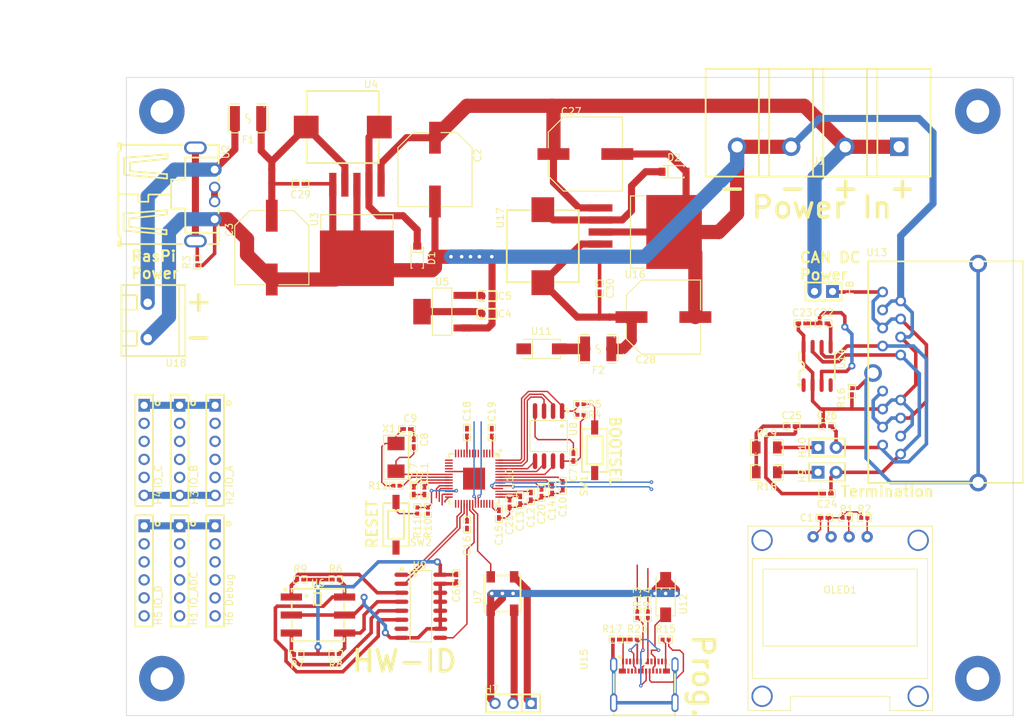
<source format=kicad_pcb>
(kicad_pcb (version 20221018) (generator pcbnew)
  (title_block (title "Dispensy Mainboard") (date "2024-01-21") (rev "0") (company "DrinkRobotics") (comment 1 "https://git.xythobuz.de/thomas/Dispensy") (comment 2 "Licensed under the CERN-OHL-S-2.0+") (comment 3 "PCB Thickness: 1mm") (comment 4 "Copyright (c) 2023 - 2024 Thomas Buck <thomas@xythobuz.de>"))
  (layers (0 "F.Cu" signal) (31 "B.Cu" signal) (34 "B.Paste" user) (35 "F.Paste" user) (36 "B.SilkS" user "B.Silkscreen") (37 "F.SilkS" user "F.Silkscreen") (38 "B.Mask" user) (39 "F.Mask" user) (44 "Edge.Cuts" user))
  (net 0 "")
  (net 1 "GND")
  (net 2 "+3.3V")
  (net 3 "+VDC")
  (net 4 "/EXT_PSU/Vout")
  (net 5 "+5V")
  (net 6 "Net-(U10-XIN)")
  (net 7 "Net-(X1-OSC2)")
  (net 8 "+1V1")
  (net 9 "Net-(U14-CANH)")
  (net 10 "Net-(C25-Pad1)")
  (net 11 "Net-(U14-CANL)")
  (net 12 "/PI/PI_PSU/Vout")
  (net 13 "Net-(U3-OUT)")
  (net 14 "Net-(U16-OUT)")
  (net 15 "/PI/ADC0")
  (net 16 "/PI/ADC1")
  (net 17 "/PI/ADC2")
  (net 18 "/PI/ADC3")
  (net 19 "/PI/IO0")
  (net 20 "/PI/IO1")
  (net 21 "/PI/IO2")
  (net 22 "/PI/IO3")
  (net 23 "/PI/IO4")
  (net 24 "/PI/IO5")
  (net 25 "/PI/IO6")
  (net 26 "/PI/IO7")
  (net 27 "/PI/IO8")
  (net 28 "/PI/IO9")
  (net 29 "/PI/IO10")
  (net 30 "/PI/IO11")
  (net 31 "/PI/IO12")
  (net 32 "/PI/IO13")
  (net 33 "/PI/IO14")
  (net 34 "/PI/IO15")
  (net 35 "/PI/Debug_Clock")
  (net 36 "/PI/Debug_Data")
  (net 37 "/PI/Debug_Tx")
  (net 38 "/PI/Debug_Rx")
  (net 39 "Net-(U7-DO)")
  (net 40 "Net-(H8-Pad1)")
  (net 41 "Net-(H9-Pad1)")
  (net 42 "Net-(H10-Pad1)")
  (net 43 "/PI/I2C_SCL")
  (net 44 "/PI/I2C_SDA")
  (net 45 "Net-(U2-SH1)")
  (net 46 "/PI/SPI_FLASH.SS")
  (net 47 "Net-(R5-Pad1)")
  (net 48 "Net-(U9-D7)")
  (net 49 "Net-(U9-D6)")
  (net 50 "Net-(U9-D5)")
  (net 51 "Net-(U9-D4)")
  (net 52 "Net-(U10-RUN)")
  (net 53 "Net-(R11-Pad2)")
  (net 54 "Net-(U10-XOUT)")
  (net 55 "/PI/USBC.DP")
  (net 56 "Net-(U10-USB_DP)")
  (net 57 "/PI/USBC.DM")
  (net 58 "Net-(U10-USB_DM)")
  (net 59 "Net-(U15-CC2)")
  (net 60 "Net-(R16-Pad1)")
  (net 61 "/PI/USBC.SHIELD")
  (net 62 "Net-(U15-CC1)")
  (net 63 "Net-(U2-D+)")
  (net 64 "/PI/LED_Din")
  (net 65 "/PI/SPI_FLASH.SD1")
  (net 66 "/PI/SPI_FLASH.SD2")
  (net 67 "/PI/SPI_FLASH.SD0")
  (net 68 "/PI/SPI_FLASH.SCLK")
  (net 69 "/PI/SPI_FLASH.SD3")
  (net 70 "/PI/SR_Load")
  (net 71 "/PI/SR_Clock")
  (net 73 "/PI/SR_Data")
  (net 74 "Net-(U10-GPIO24)")
  (net 75 "Net-(U10-GPIO25)")
  (net 76 "/PI/USBC.VBUS")
  (net 87 "Net-(U2-VCC)")
  (net 88 "Net-(U11-A)")
  (footprint "jlc_footprints:HDR-TH_3P-P2.54-V-F" (layer "F.Cu") (at 148 136 180)
    (fp_text reference "H7")
    (fp_text value "WS2812")
  )
  (footprint "jlc_footprints:C0402" (layer "F.Cu") (at 149 107.34763 -90)
    (fp_text reference "C13")
    (fp_text value "1uF")
  )
  (footprint "jlc_footprints:R1206" (layer "F.Cu") (at 183.754966 99.907765)
    (fp_text reference "R19")
    (fp_text value "60R4")
  )
  (footprint "jlc_footprints:TO-263-5_L10.6-W9.6-P1.70-LS15.9-BR" (layer "F.Cu") (at 125.990456 68.034258 90)
    (fp_text reference "U3")
    (fp_text value "LM2576S-5_0_TR")
  )
  (footprint "jlc_footprints:R0402" (layer "F.Cu") (at 136 108.802545 -90)
    (fp_text reference "R10")
    (fp_text value "10K")
  )
  (footprint "jlc_footprints:CAP-SMD_BD10.0-L10.3-W10.3-FD" (layer "F.Cu") (at 158.190482 58.51762)
    (fp_text reference "C27")
    (fp_text value "100uF")
  )
  (footprint "jlc_footprints:HDR-TH_6P-P2.54-V-F" (layer "F.Cu") (at 96 100.310008 -90)
    (fp_text reference "H4")
    (fp_text value "IO_C")
  )
  (footprint "jlc_footprints:CONN-TH_4P-P7.62_L15.2-W31.7-EX4.2" (layer "F.Cu") (at 191 57.5 180)
    (fp_text reference "U1")
    (fp_text value "DBT50G-7_62-4P")
  )
  (footprint "jlc_footprints:R0402" (layer "F.Cu") (at 167 123.5 -90)
    (fp_text reference "R14")
    (fp_text value "27R4")
  )
  (footprint "jlc_footprints:RJ45-TH_DS1129-05-S80BP-X" (layer "F.Cu") (at 206.140469 89.407765 90)
    (fp_text reference "U13")
    (fp_text value "CAN_IO")
  )
  (footprint "jlc_footprints:SOD-123_L2.8-W1.8-LS3.7-RD" (layer "F.Cu") (at 170.690482 61.01762)
    (fp_text reference "D2")
    (fp_text value "MBR340F")
  )
  (footprint "jlc_footprints:C0402" (layer "F.Cu") (at 188.754966 82.407765 180)
    (fp_text reference "C23")
    (fp_text value "47nF")
  )
  (footprint "jlc_footprints:F1812" (layer "F.Cu") (at 110.646558 53.5 180)
    (fp_text reference "F1")
    (fp_text value "ASMD1812-350-16V")
  )
  (footprint "jlc_footprints:C0402" (layer "F.Cu") (at 135.5 106 -90)
    (fp_text reference "C11")
    (fp_text value "100nF")
  )
  (footprint "jlc_footprints:CAP-SMD_BD10.0-L10.3-W10.3-FD" (layer "F.Cu") (at 136.990456 60.717646 -90)
    (fp_text reference "C2")
    (fp_text value "100uF")
  )
  (footprint "jlc_footprints:R0402" (layer "F.Cu") (at 123 118.53813)
    (fp_text reference "R6")
    (fp_text value "10K")
  )
  (footprint "jlc_footprints:C0402" (layer "F.Cu") (at 191.874904 109.82738 180)
    (fp_text reference "C1")
    (fp_text value "100nF")
  )
  (footprint "jlc_footprints:R0402" (layer "F.Cu") (at 165.5 123.5 -90)
    (fp_text reference "R13")
    (fp_text value "27R4")
  )
  (footprint "jlc_footprints:C0402" (layer "F.Cu") (at 147.5 107.802545 -90)
    (fp_text reference "C21")
    (fp_text value "100nF")
  )
  (footprint "jlc_footprints:C0402" (layer "F.Cu") (at 192.254966 96.907765)
    (fp_text reference "C26")
    (fp_text value "100pF")
  )
  (footprint "jlc_footprints:HDR-TH_6P-P2.54-V-F" (layer "F.Cu") (at 106 117.310008 -90)
    (fp_text reference "H6")
    (fp_text value "Debug")
  )
  (footprint "jlc_footprints:C0402" (layer "F.Cu") (at 141.5 110.802545 -90)
    (fp_text reference "C16")
    (fp_text value "100nF")
  )
  (footprint "jlc_footprints:SOT-223-4_L6.5-W3.5-P2.30-LS7.0-BR" (layer "F.Cu") (at 138 80.75)
    (fp_text reference "U5")
    (fp_text value "AMS1117-3_3")
  )
  (footprint "jlc_footprints:SOIC-8_L5.0-W4.0-P1.27-LS6.0-BL" (layer "F.Cu") (at 190.849962 88.407765)
    (fp_text reference "U14")
    (fp_text value "TJA1042T_3_1J")
  )
  (footprint "jlc_footprints:CONN-TH_XY300V-A-5.0-2P" (layer "F.Cu") (at 96.5 82 90)
    (fp_text reference "U18")
    (fp_text value "XY300V-A-5_0-2P")
  )
  (footprint "jlc_footprints:LED-SMD_4P-L5.0-W5.0-LS5.4-TL-1" (layer "F.Cu") (at 146.5 120.5 90)
    (fp_text reference "U7")
    (fp_text value "WS2812E-V5")
  )
  (footprint "MountingHole:MountingHole_3.2mm_M3_Pad_TopBottom" (layer "F.Cu") (at 213.5 52.5)
    (fp_text reference "H12" hide)
    (fp_text value "MountingHole" hide)
  )
  (footprint "jlc_footprints:HDR-TH_6P-P2.54-V-F" (layer "F.Cu") (at 101 117.310008 -90)
    (fp_text reference "H1")
    (fp_text value "IO_ADC")
  )
  (footprint "jlc_footprints:R0402" (layer "F.Cu") (at 103.490456 73.784829 90)
    (fp_text reference "R3")
    (fp_text value "1M")
  )
  (footprint "jlc_footprints:C0402" (layer "F.Cu") (at 156.5 101.25746 90)
    (fp_text reference "C7")
    (fp_text value "100nF")
  )
  (footprint "jlc_footprints:C0402" (layer "F.Cu") (at 133.045085 97.302545 180)
    (fp_text reference "C9")
    (fp_text value "27p")
  )
  (footprint "jlc_footprints:HDR-TH_2P-P2.54-V-M-1" (layer "F.Cu") (at 191.754966 77.907765 180)
    (fp_text reference "H8")
    (fp_text value "PWR")
  )
  (footprint "jlc_footprints:HDR-TH_6P-P2.54-V-F" (layer "F.Cu") (at 106 100.310008 -90)
    (fp_text reference "H2")
    (fp_text value "IO_A")
  )
  (footprint "jlc_footprints:R0402" (layer "F.Cu") (at 194.874904 109.82738 180)
    (fp_text reference "R1")
    (fp_text value "10K")
  )
  (footprint "jlc_footprints:R0402" (layer "F.Cu") (at 165 127 180)
    (fp_text reference "R20")
    (fp_text value "5K1")
  )
  (footprint "jlc_footprints:C0402" (layer "F.Cu") (at 141.5 97.802545 90)
    (fp_text reference "C18")
    (fp_text value "100nF")
  )
  (footprint "jlc_footprints:USB-C-SMD_TYPE-C-USB-18" (layer "F.Cu") (at 166.5 133)
    (fp_text reference "U15")
    (fp_text value "USB-C")
  )
  (footprint "jlc_footprints:C0402" (layer "F.Cu") (at 150.5 106.802545 -90)
    (fp_text reference "C12")
    (fp_text value "1uF")
  )
  (footprint "jlc_footprints:OSC-SMD_2P-L5.0-W3.2" (layer "F.Cu") (at 131.5 101.302545 90)
    (fp_text reference "X1")
    (fp_text value "12MHz")
  )
  (footprint "jlc_footprints:SW-SMD_L6.1-W3.6-LS6.6" (layer "F.Cu") (at 159.5 100.302545 -90)
    (fp_text reference "SW1")
    (fp_text value "BOOTSEL")
  )
  (footprint "MountingHole:MountingHole_3.2mm_M3_Pad_TopBottom" (layer "F.Cu") (at 98.5 52.5)
    (fp_text reference "H11" hide)
    (fp_text value "MountingHole" hide)
  )
  (footprint "jlc_footprints:TO-263-5_L10.6-W9.6-P1.70-LS15.9-BR" (layer "F.Cu") (at 165.507094 69.51762 180)
    (fp_text reference "U16")
    (fp_text value "LM2576S-5_0_TR")
  )
  (footprint "jlc_footprints:R0402" (layer "F.Cu") (at 134.5 108.802545 -90)
    (fp_text reference "R11")
    (fp_text value "1K")
  )
  (footprint "jlc_footprints:R0402" (layer "F.Cu") (at 131.567183 105.302545)
    (fp_text reference "R12")
    (fp_text value "1K")
  )
  (footprint "jlc_footprints:HDR-TH_6P-P2.54-V-F" (layer "F.Cu") (at 101 100.310008 -90)
    (fp_text reference "H3")
    (fp_text value "IO_B")
  )
  (footprint "jlc_footprints:SW-SMD_L6.1-W3.6-LS6.6" (layer "F.Cu") (at 131.5 110.802545 -90)
    (fp_text reference "SW2")
    (fp_text value "RESET")
  )
  (footprint "jlc_footprints:R0402" (layer "F.Cu") (at 162.5 127)
    (fp_text reference "R17")
    (fp_text value "1M")
  )
  (footprint "jlc_footprints:R0402" (layer "F.Cu") (at 157.5 95.302545 180)
    (fp_text reference "R4")
    (fp_text value "10K")
  )
  (footprint "jlc_footprints:R0402" (layer "F.Cu") (at 169.5 127 180)
    (fp_text reference "R15")
    (fp_text value "5K1")
  )
  (footprint "jlc_footprints:C0402" (layer "F.Cu") (at 152 106.302545 -90)
    (fp_text reference "C20")
    (fp_text value "100nF")
  )
  (footprint "jlc_footprints:SOIC-8_L5.3-W5.3-P1.27-LS8.0-BL" (layer "F.Cu") (at 153 98.302545 180)
    (fp_text reference "U8")
    (fp_text value "W25Q128JVSIQ")
  )
  (footprint "jlc_footprints:C0402" (layer "F.Cu") (at 192.254966 106.407765 180)
    (fp_text reference "C24")
    (fp_text value "100pF")
  )
  (footprint "jlc_footprints:SMA_L4.4-W2.8-LS5.4-R-RD" (layer "F.Cu") (at 152 86)
    (fp_text reference "U11")
    (fp_text value "SS54")
  )
  (footprint "jlc_footprints:F1812" (layer "F.Cu") (at 160 86 180)
    (fp_text reference "F2")
    (fp_text value "ASMD1812-350-16V")
  )
  (footprint "MountingHole:MountingHole_3.2mm_M3_Pad_TopBottom" (layer "F.Cu") (at 213.5 132.5)
    (fp_text reference "H14" hide)
    (fp_text value "MountingHole" hide)
  )
  (footprint "jlc_footprints:CAP-SMD_BD10.0-L10.3-W10.3-LS11.3-FD" (layer "F.Cu") (at 113.990456 71.717646 -90)
    (fp_text reference "C3")
    (fp_text value "1000uF")
  )
  (footprint "jlc_footprints:CAP-SMD_BD10.0-L10.3-W10.3-LS11.3-FD" (layer "F.Cu") (at 169.190482 81.51762)
    (fp_text reference "C28")
    (fp_text value "1000uF")
  )
  (footprint "jlc_footprints:C0402" (layer "F.Cu") (at 155 105.302545 -90)
    (fp_text reference "C10")
    (fp_text value "100nF")
  )
  (footprint "jlc_footprints:C0603" (layer "F.Cu") (at 144.3349 78.549975)
    (fp_text reference "C5")
    (fp_text value "10uF")
  )
  (footprint "jlc_footprints:C0402" (layer "F.Cu") (at 145 97.802545 90)
    (fp_text reference "C19")
    (fp_text value "100nF")
  )
  (footprint "jlc_footprints:C0402" (layer "F.Cu") (at 146 109.302545 -90)
    (fp_text reference "C15")
    (fp_text value "100nF")
  )
  (footprint "jlc_footprints:R0402" (layer "F.Cu") (at 195.754966 91.974948 -90)
    (fp_text reference "R16")
    (fp_text value "1M")
  )
  (footprint "jlc_footprints:SMA_L4.4-W2.8-LS5.4-R-RD" (layer "F.Cu") (at 169.5 121 -90)
    (fp_text reference "U12")
    (fp_text value "SS54_C22452")
  )
  (footprint "jlc_footprints:R0402" (layer "F.Cu") (at 157.5 93.802545 180)
    (fp_text reference "R5")
    (fp_text value "1K")
  )
  (footprint "jlc_footprints:SW-SMD_SM_SKCR-16S" (layer "F.Cu") (at 120.5 123.53813 90)
    (fp_text reference "U6")
    (fp_text value "SKCR-16S")
  )
  (footprint "jlc_footprints:C0603" (layer "F.Cu") (at 144.3349 81.049975)
    (fp_text reference "C4")
    (fp_text value "10uF")
  )
  (footprint "jlc_footprints:C0402" (layer "F.Cu") (at 187.254966 96.907765)
    (fp_text reference "C25")
    (fp_text value "4.7nF")
  )
  (footprint "jlc_footprints:C0402" (layer "F.Cu") (at 153.5 105.84763 -90)
    (fp_text reference "C14")
    (fp_text value "100nF")
  )
  (footprint "jlc_footprints:R1206" (layer "F.Cu") (at 183.754966 103.407765 180)
    (fp_text reference "R18")
    (fp_text value "60R4")
  )
  (footprint "jlc_footprints:USB-A-TH_USB-302-T" (layer "F.Cu") (at 104.581769 64.217646 -90)
    (fp_text reference "U2")
    (fp_text value "USB-A")
  )
  (footprint "jlc_footprints:C0402" (layer "F.Cu") (at 140 118.34763 90)
    (fp_text reference "C6")
    (fp_text value "100nF")
  )
  (footprint "jlc_footprints:SOIC-16_L9.9-W3.9-P1.27-LS6.0-BL" (layer "F.Cu") (at 135 122.302545 -90)
    (fp_text reference "U9")
    (fp_text value "74HC165D,653")
  )
  (footprint "jlc_footprints:R0402" (layer "F.Cu") (at 197.5 109.845 180)
    (fp_text reference "R2")
    (fp_text value "10K")
  )
  (footprint "MountingHole:MountingHole_3.2mm_M3_Pad_TopBottom" (layer "F.Cu") (at 98.5 132.5)
    (fp_text reference "H13" hide)
    (fp_text value "MountingHole" hide)
  )
  (footprint "jlc_footprints:SOD-123_L2.8-W1.8-LS3.7-RD" (layer "F.Cu") (at 134.490456 73.217646 -90)
    (fp_text reference "D1")
    (fp_text value "MBR340F")
  )
  (footprint "jlc_footprints:IND-SMD_L11.5-W10.0_YSPI1050" (layer "F.Cu") (at 152.190482 71.51762 -90)
    (fp_text reference "U17")
    (fp_text value "100uH")
  )
  (footprint "jlc_footprints:LQFN-56_L7.0-W7.0-P0.4-EP" (layer "F.Cu") (at 142.499873 104.302545 -90)
    (fp_text reference "U10")
    (fp_text value "RP2040")
  )
  (footprint "jlc_footprints:HDR-TH_6P-P2.54-V-F" (layer "F.Cu") (at 96 117.310008 -90)
    (fp_text reference "H5")
    (fp_text value "IO_D")
  )
  (footprint "jlc_footprints:IND-SMD_L11.5-W10.0_YSPI1050" (layer "F.Cu") (at 123.990456 54.717646 180)
    (fp_text reference "U4")
    (fp_text value "100uH")
  )
  (footprint "jlc_footprints:R0402" (layer "F.Cu") (at 123 129.03813)
    (fp_text reference "R8")
    (fp_text value "10K")
  )
  (footprint "jlc_footprints:C0402" (layer "F.Cu") (at 134 99.302545 -90)
    (fp_text reference "C8")
    (fp_text value "27p")
  )
  (footprint "jlc_footprints:C0402" (layer "F.Cu") (at 118.035541 62.717646 180)
    (fp_text reference "C29")
    (fp_text value "100nF")
  )
  (footprint "jlc_footprints:R0402" (layer "F.Cu") (at 118 118.53813 180)
    (fp_text reference "R9")
    (fp_text value "10K")
  )
  (footprint "extern:SSD1306_0.96_Oled" (layer "F.Cu") (at 181.095 137)
    (fp_text reference "OLED1")
    (fp_text value "SSD1306")
  )
  (footprint "jlc_footprints:C0402" (layer "F.Cu") (at 191.754966 82.407765)
    (fp_text reference "C22")
    (fp_text value "100nF")
  )
  (footprint "jlc_footprints:C0402" (layer "F.Cu") (at 134 106 -90)
    (fp_text reference "C17")
    (fp_text value "100nF")
  )
  (footprint "jlc_footprints:HDR-TH_2P-P2.54-V-M-1" (layer "F.Cu") (at 192.254966 99.907765)
    (fp_text reference "H10")
    (fp_text value "T_CL")
  )
  (footprint "jlc_footprints:R0402" (layer "F.Cu") (at 117.567183 129.03813 180)
    (fp_text reference "R7")
    (fp_text value "10K")
  )
  (footprint "jlc_footprints:HDR-TH_2P-P2.54-V-M-1" (layer "F.Cu") (at 192.254966 103.407765)
    (fp_text reference "H9")
    (fp_text value "T_CH")
  )
  (footprint "jlc_footprints:C0402" (layer "F.Cu") (at 160.190482 77.472535 -90)
    (fp_text reference "C30")
    (fp_text value "100nF")
  )
  (gr_rect (start 93.490456 47.717646) (end 218.490456 137.717646) (stroke (width 0.1)) (fill none) (layer "Edge.Cuts"))
  (gr_text "BOOTSEL" (at 161.5 95.302545 -90) (layer "F.SilkS") (effects (font (size 1.5 1.5) (thickness 0.3) bold) (justify left bottom)))
  (gr_text "Power In" (at 181.324632 67.799974) (layer "F.SilkS") (effects (font (size 3 3) (thickness 0.5) bold) (justify left bottom)))
  (gr_text "-" (at 176.689992 65) (layer "F.SilkS") (effects (font (size 3 3) (thickness 0.5) bold) (justify left bottom)))
  (gr_text "Termination" (at 194 107) (layer "F.SilkS") (effects (font (size 1.5 1.5) (thickness 0.3) bold) (justify left bottom)))
  (gr_text "+" (at 192.689992 65) (layer "F.SilkS") (effects (font (size 3 3) (thickness 0.5) bold) (justify left bottom)))
  (gr_text "RasPi\nPower" (at 93.990456 76.217646) (layer "F.SilkS") (effects (font (size 1.5 1.5) (thickness 0.3) bold) (justify left bottom)))
  (gr_text "-" (at 101.5 86) (layer "F.SilkS") (effects (font (size 3 3) (thickness 0.5) bold) (justify left bottom)))
  (gr_text "HW-ID" (at 125 131.802545) (layer "F.SilkS") (effects (font (size 3 3) (thickness 0.5) bold) (justify left bottom)))
  (gr_text "Prog." (at 173 126 -90) (layer "F.SilkS") (effects (font (size 3 3) (thickness 0.5) bold) (justify left bottom)))
  (gr_text "+" (at 200.689992 65) (layer "F.SilkS") (effects (font (size 3 3) (thickness 0.5) bold) (justify left bottom)))
  (gr_text "RESET" (at 129 114.302545 90) (layer "F.SilkS") (effects (font (size 1.5 1.5) (thickness 0.3) bold) (justify left bottom)))
  (gr_text "CAN DC\nPower" (at 188.254966 76.407765) (layer "F.SilkS") (effects (font (size 1.5 1.5) (thickness 0.3) bold) (justify left bottom)))
  (gr_text "+" (at 101.5 81) (layer "F.SilkS") (effects (font (size 3 3) (thickness 0.5) bold) (justify left bottom)))
  (gr_text "-" (at 185.189992 65) (layer "F.SilkS") (effects (font (size 3 3) (thickness 0.5) bold) (justify left bottom)))
  (segment (start 134.490456 74.910051) (end 127.682861 74.910051) (width 2) (layer "F.Cu") (net 1))
  (segment (start 148.545085 108.34763) (end 149 107.892715) (width 0.2) (layer "F.Cu") (net 1))
  (segment (start 148.150114 118.149987) (end 150 119.999873) (width 1) (layer "F.Cu") (net 1))
  (segment (start 107.717773 67.717773) (end 110.5 70.5) (width 2) (layer "F.Cu") (net 1))
  (segment (start 137.735585 122.937546) (end 137.735585 121.667544) (width 0.5) (layer "F.Cu") (net 1))
  (segment (start 145.034925 78.549975) (end 145.034925 73.034925) (width 1) (layer "F.Cu") (net 1))
  (segment (start 152 106.84763) (end 153.045085 106.84763) (width 0.2) (layer "F.Cu") (net 1))
  (segment (start 125.990456 62.85087) (end 125.990456 73.217646) (width 1) (layer "F.Cu") (net 1))
  (segment (start 162.932817 127) (end 163.5 127) (width 0.5) (layer "F.Cu") (net 1))
  (segment (start 169.5 127.570002) (end 169.067183 127.137185) (width 0.2) (layer "F.Cu") (net 1))
  (segment (start 191.709881 96.907765) (end 191.709881 94.532733) (width 0.5) (layer "F.Cu") (net 1))
  (segment (start 136.990456 74.509544) (end 136.589949 74.910051) (width 2) (layer "F.Cu") (net 1))
  (segment (start 127 121.03813) (end 127 122.03813) (width 0.5) (layer "F.Cu") (net 1))
  (segment (start 150 135.459995) (end 150.540005 136) (width 1) (layer "F.Cu") (net 1))
  (segment (start 172.382887 67.825215) (end 170.690482 69.51762) (width 1) (layer "F.Cu") (net 1))
  (segment (start 173.690355 81.51762) (end 173.690355 72.517493) (width 2) (layer "F.Cu") (net 1))
  (segment (start 105.936735 67.717773) (end 107.717773 67.717773) (width 2) (layer "F.Cu") (net 1))
  (segment (start 110.5 72.727063) (end 113.990456 76.217519) (width 2) (layer "F.Cu") (net 1))
  (segment (start 156 98.802545) (end 156.5 99.302545) (width 0.2) (layer "F.Cu") (net 1))
  (segment (start 151.5 107.34763) (end 152 106.84763) (width 0.2) (layer "F.Cu") (net 1))
  (segment (start 187.625096 98.01762) (end 187.800051 97.842665) (width 0.5) (layer "F.Cu") (net 1))
  (segment (start 184.125096 98.01762) (end 187.625096 98.01762) (width 0.5) (layer "F.Cu") (net 1))
  (segment (start 179.569977 66.930023) (end 176.98238 69.51762) (width 2) (layer "F.Cu") (net 1))
  (segment (start 136.990456 73.009544) (end 136.990456 65.217519) (width 1) (layer "F.Cu") (net 1))
  (segment (start 151.5 98.802545) (end 156 98.802545) (width 0.2) (layer "F.Cu") (net 1))
  (segment (start 136.589949 74.910051) (end 134.490456 74.910051) (width 2) (layer "F.Cu") (net 1))
  (segment (start 202.625458 93.217646) (end 204.754966 91.088138) (width 0.5) (layer "F.Cu") (net 1))
  (segment (start 122.990583 76.217519) (end 125.990456 73.217646) (width 1) (layer "F.Cu") (net 1))
  (segment (start 133.59017 97.302545) (end 134 97.712375) (width 0.2) (layer "F.Cu") (net 1))
  (segment (start 190.214961 93.36776) (end 191.334849 94.487648) (width 0.5) (layer "F.Cu") (net 1))
  (segment (start 167.290431 72.917671) (end 170.690482 69.51762) (width 1) (layer "F.Cu") (net 1))
  (segment (start 137.735585 124.207549) (end 137.735585 122.937546) (width 0.5) (layer "F.Cu") (net 1))
  (segment (start 163.5 130.090043) (end 163.5 131.33998) (width 0.2) (layer "F.Cu") (net 1))
  (segment (start 183.625096 98.51762) (end 184.125096 98.01762) (width 0.5) (layer "F.Cu") (net 1))
  (segment (start 169.5 131.33998) (end 169.600076 131.440056) (width 0.2) (layer "F.Cu") (net 1))
  (segment (start 172.382887 61.01762) (end 172.382887 67.825215) (width 1) (layer "F.Cu") (net 1))
  (segment (start 169.067183 127.137185) (end 169.067183 127) (width 0.2) (layer "F.Cu") (net 1))
  (segment (start 185.87949 106.407765) (end 183.625096 104.153371) (width 0.5) (layer "F.Cu") (net 1))
  (segment (start 103.490456 74.217646) (end 104.260458 74.217646) (width 0.5) (layer "F.Cu") (net 1))
  (segment (start 145.034925 73.034925) (end 145 73) (width 1) (layer "F.Cu") (net 1))
  (segment (start 139.765176 119.127539) (end 140 118.892715) (width 0.5) (layer "F.Cu") (net 1))
  (segment (start 136.990456 73.009544) (end 139.240456 73.009544) (width 2) (layer "F.Cu") (net 1))
  (segment (start 154.454915 106.392715) (end 155 105.84763) (width 0.2) (layer "F.Cu") (net 1))
  (segment (start 146 109.84763) (end 146.954915 109.84763) (width 0.2) (layer "F.Cu") (net 1))
  (segment (start 153.045085 106.84763) (end 153.5 106.392715) (width 0.2) (layer "F.Cu") (net 1))
  (segment (start 145.034925 78.549975) (end 145.034925 81.049975) (width 1) (layer "F.Cu") (net 1))
  (segment (start 163.5 127) (end 164.567183 127) (width 0.5) (layer "F.Cu") (net 1))
  (segment (start 147.5 108.34763) (end 148.545085 108.34763) (width 0.2) (layer "F.Cu") (net 1))
  (segment (start 127.682861 74.910051) (end 125.990456 73.217646) (width 1) (layer "F.Cu") (net 1))
  (segment (start 195.754966 92.407765) (end 195.754966 94.487648) (width 0.5) (layer "F.Cu") (net 1))
  (segment (start 147.5 109.302545) (end 147.5 108.34763) (width 0.2) (layer "F.Cu") (net 1))
  (segment (start 162.690355 58.51762) (end 169.882887 58.51762) (width 1) (layer "F.Cu") (net 1))
  (segment (start 138.949835 103.302545) (end 141.5 103.302545) (width 0.2) (layer "F.Cu") (net 1))
  (segment (start 137.735585 125.477551) (end 137.735585 124.207549) (width 0.5) (layer "F.Cu") (net 1))
  (segment (start 134.61557 126.747554) (end 132.264415 126.747554) (width 0.5) (layer "F.Cu") (net 1))
  (segment (start 110.5 70.5) (end 110.5 72.727063) (width 2) (layer "F.Cu") (net 1))
  (segment (start 163.5 130.090043) (end 163.5 127) (width 0.2) (layer "F.Cu") (net 1))
  (segment (start 145.034925 82.499975) (end 145.034925 81.049975) (width 1) (layer "F.Cu") (net 1))
  (segment (start 146.954915 109.84763) (end 147.5 109.302545) (width 0.2) (layer "F.Cu") (net 1))
  (segment (start 187.189992 57.5) (end 179.569977 57.5) (width 2) (layer "F.Cu") (net 1))
  (segment (start 160.323706 69.51762) (end 170.690482 69.51762) (width 1) (layer "F.Cu") (net 1))
  (segment (start 188.944958 84.097757) (end 188.209881 83.36268) (width 0.5) (layer "F.Cu") (net 1))
  (segment (start 127 122.03813) (end 125.5 123.53813) (width 0.5) (layer "F.Cu") (net 1))
  (segment (start 122.590405 62.85087) (end 122.590405 69.817595) (width 1) (layer "F.Cu") (net 1))
  (segment (start 151.094996 98.397541) (end 151.5 98.802545) (width 0.2) (layer "F.Cu") (net 1))
  (segment (start 173.690355 72.517493) (end 170.690482 69.51762) (width 1) (layer "F.Cu") (net 1))
  (segment (start 190.214961 89.36776) (end 188.944958 88.097757) (width 0.5) (layer "F.Cu") (net 1))
  (segment (start 187.800051 97.842665) (end 187.800051 96.907765) (width 0.5) (layer "F.Cu") (net 1))
  (segment (start 104.260458 74.217646) (end 105.936735 72.541369) (width 0.5) (layer "F.Cu") (net 1))
  (segment (start 156.5 99.302545) (end 156.5 100.712375) (width 0.2) (layer "F.Cu") (net 1))
  (segment (start 191.329819 109.82738) (end 191.329819 111.455181) (width 0.2) (layer "F.Cu") (net 1))
  (segment (start 135.5 106.545085) (end 134 106.545085) (width 0.2) (layer "F.Cu") (net 1))
  (segment (start 136.990456 73.009544) (end 136.990456 74.509544) (width 2) (layer "F.Cu") (net 1))
  (segment (start 163.5 131.33998) (end 163.399924 131.440056) (width 0.2) (layer "F.Cu") (net 1))
  (segment (start 169.5 130.090043) (end 169.5 131.33998) (width 0.2) (layer "F.Cu") (net 1))
  (segment (start 137.735585 125.477551) (end 135.885573 125.477551) (width 0.5) (layer "F.Cu") (net 1))
  (segment (start 183.625096 104.153371) (end 183.625096 98.51762) (width 0.5) (layer "F.Cu") (net 1))
  (segment (start 169.5 130.090043) (end 169.5 127.570002) (width 0.2) (layer "F.Cu") (net 1))
  (segment (start 113.990456 76.217519) (end 122.990583 76.217519) (width 2) (layer "F.Cu") (net 1))
  (segment (start 137.735585 119.127539) (end 137.735585 120.397541) (width 0.5) (layer "F.Cu") (net 1))
  (segment (start 137.735585 119.127539) (end 139.765176 119.127539) (width 0.5) (layer "F.Cu") (net 1))
  (segment (start 204.754966 86.457136) (end 202.625458 84.327628) (width 0.5) (layer "F.Cu") (net 1))
  (segment (start 150.5 107.34763) (end 151.5 107.34763) (width 0.2) (layer "F.Cu") (net 1))
  (segment (start 144.484925 83.049975) (end 145.034925 82.499975) (width 1) (layer "F.Cu") (net 1))
  (segment (start 176.98238 69.51762) (end 170.690482 69.51762) (width 2) (layer "F.Cu") (net 1))
  (segment (start 188.944958 88.097757) (end 188.944958 85.70266) (width 0.5) (layer "F.Cu") (net 1))
  (segment (start 191.709881 106.407765) (end 185.87949 106.407765) (width 0.5) (layer "F.Cu") (net 1))
  (segment (start 122.590405 69.817595) (end 125.990456 73.217646) (width 1) (layer "F.Cu") (net 1))
  (segment (start 130.709424 126.747554) (end 130 126.03813) (width 0.5) (layer "F.Cu") (net 1))
  (segment (start 150 119.999873) (end 150 135.459995) (width 1) (layer "F.Cu") (net 1))
  (segment (start 179.569977 57.5) (end 179.569977 66.930023) (width 2) (layer "F.Cu") (net 1))
  (segment (start 191.329819 111.455181) (end 190.285 112.5) (width 0.2) (layer "F.Cu") (net 1))
  (segment (start 191.754966 94.487648) (end 195.754966 94.487648) (width 0.5) (layer "F.Cu") (net 1))
  (segment (start 204.754966 91.088138) (end 204.754966 86.457136) (width 0.5) (layer "F.Cu") (net 1))
  (segment (start 118.580626 62.717646) (end 122.457181 62.717646) (width 0.5) (layer "F.Cu") (net 1))
  (segment (start 151.094996 94.772446) (end 151.094996 98.397541) (width 0.2) (layer "F.Cu") (net 1))
  (segment (start 188.209881 82.407765) (end 188.209881 83.36268) (width 0.5) (layer "F.Cu") (net 1))
  (segment (start 125.5 123.53813) (end 124.250064 123.53813) (width 0.5) (layer "F.Cu") (net 1))
  (segment (start 160.190482 73.050895) (end 160.323706 72.917671) (width 0.5) (layer "F.Cu") (net 1))
  (segment (start 160.323706 72.917671) (end 167.290431 72.917671) (width 1) (layer "F.Cu") (net 1))
  (segment (start 188.944958 85.70266) (end 188.944958 84.097757) (width 0.5) (layer "F.Cu") (net 1))
  (segment (start 141.5 103.302545) (end 142.5 104.302545) (width 0.2) (layer "F.Cu") (net 1))
  (segment (start 134 97.712375) (end 134 98.75746) (width 0.2) (layer "F.Cu") (net 1))
  (segment (start 139.25 73) (end 145 73) (width 2) (layer "F.Cu") (net 1))
  (segment (start 116.749936 123.53813) (end 124.250064 123.53813) (width 0.5) (layer "F.Cu") (net 1))
  (segment (start 132.264415 126.747554) (end 130.709424 126.747554) (width 0.5) (layer "F.Cu") (net 1))
  (segment (start 195.754966 94.487648) (end 200.085452 94.487648) (width 0.5) (layer "F.Cu") (net 1))
  (segment (start 169.882887 58.51762) (end 172.382887 61.01762) (width 1) (layer "F.Cu") (net 1))
  (segment (start 191.334849 94.487648) (end 191.754966 94.487648) (width 0.5) (layer "F.Cu") (net 1))
  (segment (start 140.8349 83.049975) (end 144.484925 83.049975) (width 1) (layer "F.Cu") (net 1))
  (segment (start 139.240456 73.009544) (end 139.25 73) (width 1) (layer "F.Cu") (net 1))
  (segment (start 135.885573 125.477551) (end 134.61557 126.747554) (width 0.5) (layer "F.Cu") (net 1))
  (segment (start 160.190482 76.92745) (end 160.190482 73.050895) (width 0.5) (layer "F.Cu") (net 1))
  (segment (start 191.709881 96.907765) (end 187.800051 96.907765) (width 0.5) (layer "F.Cu") (net 1))
  (segment (start 122.457181 62.717646) (end 122.590405 62.85087) (width 0.5) (layer "F.Cu") (net 1))
  (segment (start 149.954915 107.892715) (end 150.5 107.34763) (width 0.2) (layer "F.Cu") (net 1))
  (segment (start 153.5 106.392715) (end 154.454915 106.392715) (width 0.2) (layer "F.Cu") (net 1))
  (segment (start 190.214961 91.11287) (end 190.214961 89.36776) (width 0.5) (layer "F.Cu") (net 1))
  (segment (start 190.214961 91.11287) (end 190.214961 93.36776) (width 0.5) (layer "F.Cu") (net 1))
  (segment (start 105.936735 72.541369) (end 105.936735 67.717773) (width 0.5) (layer "F.Cu") (net 1))
  (segment (start 191.709881 94.532733) (end 191.754966 94.487648) (width 0.5) (layer "F.Cu") (net 1))
  (segment (start 137.735585 121.667544) (end 137.735585 120.397541) (width 0.5) (layer "F.Cu") (net 1))
  (segment (start 149 107.892715) (end 149.954915 107.892715) (width 0.2) (layer "F.Cu") (net 1))
  (via (at 140.75 73) (size 1) (drill 0.5) (layers "F.Cu" "B.Cu") (net 1))
  (via (at 130 126.03813) (size 1) (drill 0.5) (layers "F.Cu" "B.Cu") (net 1))
  (via (at 142 73) (size 1) (drill 0.5) (layers "F.Cu" "B.Cu") (net 1))
  (via (at 139.25 73) (size 1) (drill 0.5) (layers "F.Cu" "B.Cu") (net 1))
  (via (at 145 73) (size 1) (drill 0.5) (layers "F.Cu" "B.Cu") (net 1))
  (via (at 127 121.03813) (size 1) (drill 0.5) (layers "F.Cu" "B.Cu") (net 1))
  (via (at 143.25 73) (size 1) (drill 0.5) (layers "F.Cu" "B.Cu") (net 1))
  (segment (start 204.254966 94.847154) (end 202.625458 93.217646) (width 0.5) (layer "B.Cu") (net 1))
  (segment (start 145 73) (end 166.588087 73) (width 2) (layer "B.Cu") (net 1))
  (segment (start 96 106.660021) (end 101 106.660021) (width 1) (layer "B.Cu") (net 1))
  (segment (start 207.189992 65.5) (end 202.625458 70.064534) (width 1) (layer "B.Cu") (net 1))
  (segment (start 201.355454 93.217646) (end 200.085452 94.487648) (width 0.5) (layer "B.Cu") (net 1))
  (segment (start 101.282227 67.717773) (end 99.5 69.5) (width 2) (layer "B.Cu") (net 1))
  (segment (start 143.5 73) (end 145 73) (width 2) (layer "B.Cu") (net 1))
  (segment (start 127 122.03813) (end 127 121.03813) (width 0.5) (layer "B.Cu") (net 1))
  (segment (start 204.254966 96.668148) (end 204.254966 94.847154) (width 0.5) (layer "B.Cu") (net 1))
  (segment (start 130 125.03813) (end 127 122.03813) (width 0.5) (layer "B.Cu") (net 1))
  (segment (start 202.625458 93.217646) (end 201.355454 93.217646) (width 0.5) (layer "B.Cu") (net 1))
  (segment (start 187.189992 57.5) (end 191.189992 53.5) (width 1) (layer "B.Cu") (net 1))
  (segment (start 179.569977 60.01811) (end 179.569977 57.5) (width 2) (layer "B.Cu") (net 1))
  (segment (start 139.25 73) (end 140.75 73) (width 2) (layer "B.Cu") (net 1))
  (segment (start 202.625458 84.327628) (end 203.835103 84.327628) (width 0.5) (layer "B.Cu") (net 1))
  (segment (start 99.5 81.5) (end 96.5 84.5) (width 2) (layer "B.Cu") (net 1))
  (segment (start 201.355454 79.247618) (end 200.085452 80.51762) (width 0.5) (layer "B.Cu") (net 1))
  (segment (start 205.189992 53.5) (end 207.189992 55.5) (width 1) (layer "B.Cu") (net 1))
  (segment (start 130 126.03813) (end 130 125.03813) (width 0.5) (layer "B.Cu") (net 1))
  (segment (start 204.254966 80.877126) (end 202.625458 79.247618) (width 0.5) (layer "B.Cu") (net 1))
  (segment (start 203.835103 84.327628) (end 204.254966 83.907765) (width 0.5) (layer "B.Cu") (net 1))
  (segment (start 143 73) (end 143.5 73) (width 2) (layer "B.Cu") (net 1))
  (segment (start 202.625458 70.064534) (end 202.625458 79.247618) (width 1) (layer "B.Cu") (net 1))
  (segment (start 99.5 69.5) (end 99.5 81.5) (width 2) (layer "B.Cu") (net 1))
  (segment (start 191.189992 53.5) (end 205.189992 53.5) (width 1) (layer "B.Cu") (net 1))
  (segment (start 142 73) (end 142.25 73) (width 2) (layer "B.Cu") (net 1))
  (segment (start 202.625458 98.297656) (end 204.254966 96.668148) (width 0.5) (layer "B.Cu") (net 1))
  (segment (start 142.25 73) (end 143.25 73) (width 2) (layer "B.Cu") (net 1))
  (segment (start 166.588087 73) (end 179.569977 60.01811) (width 2) (layer "B.Cu") (net 1))
  (segment (start 141 73) (end 142 73) (width 2) (layer "B.Cu") (net 1))
  (segment (start 202.625458 79.247618) (end 201.355454 79.247618) (width 0.5) (layer "B.Cu") (net 1))
  (segment (start 101 106.660021) (end 106 106.660021) (width 1) (layer "B.Cu") (net 1))
  (segment (start 101.282227 67.717773) (end 105.936735 67.717773) (width 2) (layer "B.Cu") (net 1))
  (segment (start 143.25 73) (end 143.75 73) (width 2) (layer "B.Cu") (net 1))
  (segment (start 204.254966 83.907765) (end 204.254966 80.877126) (width 0.5) (layer "B.Cu") (net 1))
  (segment (start 207.189992 55.5) (end 207.189992 65.5) (width 1) (layer "B.Cu") (net 1))
  (segment (start 146.049911 106.902494) (end 147.145034 106.902494) (width 0.2) (layer "F.Cu") (net 2))
  (segment (start 137.735585 117.857536) (end 139.945009 117.857536) (width 0.5) (layer "F.Cu") (net 2))
  (segment (start 157 101.802545) (end 157.5 101.302545) (width 0.2) (layer "F.Cu") (net 2))
  (segment (start 192.419989 112.094989) (end 192.825 112.5) (width 0.2) (layer "F.Cu") (net 2))
  (segment (start 196.5 109) (end 195 109) (width 0.2) (layer "F.Cu") (net 2))
  (segment (start 145.099949 98.447579) (end 145 98.34763) (width 0.2) (layer "F.Cu") (net 2))
  (segment (start 148.699898 106.502443) (end 149 106.802545) (width 0.2) (layer "F.Cu") (net 2))
  (segment (start 152.699898 104.502443) (end 153.5 105.302545) (width 0.2) (layer "F.Cu") (net 2))
  (segment (start 137.735585 116.448721) (end 137.324994 116.03813) (width 0.5) (layer "F.Cu") (net 2))
  (segment (start 154.905004 101.832644) (end 156.469901 101.832644) (width 0.2) (layer "F.Cu") (net 2))
  (segment (start 194.442087 109.152913) (end 194.442087 109.82738) (width 0.2) (layer "F.Cu") (net 2))
  (segment (start 122.567183 129.03813) (end 120.5 129.03813) (width 0.5) (layer "F.Cu") (net 2))
  (segment (start 141.5 107.85271) (end 141.5 110.25746) (width 0.2) (layer "F.Cu") (net 2))
  (segment (start 143.3349 80.75) (end 143.634875 81.049975) (width 1) (layer "F.Cu") (net 2))
  (segment (start 138.949835 104.502443) (end 134.952472 104.502443) (width 0.2) (layer "F.Cu") (net 2))
  (segment (start 192.754966 82.86268) (end 192.300051 82.407765) (width 0.5) (layer "F.Cu") (net 2))
  (segment (start 192.754966 85.70266) (end 192.754966 82.86268) (width 0.5) (layer "F.Cu") (net 2))
  (segment (start 147.954915 106.802545) (end 147.5 107.25746) (width 0.2) (layer "F.Cu") (net 2))
  (segment (start 195 109) (end 194.442087 109.557913) (width 0.2) (layer "F.Cu") (net 2))
  (segment (start 156.5 101.802545) (end 157 101.802545) (width 0.2) (layer "F.Cu") (net 2))
  (segment (start 156.469901 101.832644) (end 156.5 101.802545) (width 0.2) (layer "F.Cu") (net 2))
  (segment (start 120.5 129.03813) (end 118 129.03813) (width 0.5) (layer "F.Cu") (net 2))
  (segment (start 153.5 105.302545) (end 152.454915 105.302545) (width 0.2) (layer "F.Cu") (net 2))
  (segment (start 145.099949 108.402494) (end 145.454915 108.75746) (width 0.2) (layer "F.Cu") (net 2))
  (segment (start 149 106.802545) (end 147.954915 106.802545) (width 0.2) (layer "F.Cu") (net 2))
  (segment (start 140.8349 80.75) (end 143.3349 80.75) (width 1) (layer "F.Cu") (net 2))
  (segment (start 146.049911 104.502443) (end 152.699898 104.502443) (width 0.2) (layer "F.Cu") (net 2))
  (segment (start 145.099949 107.85271) (end 145.099949 108.402494) (width 0.2) (layer "F.Cu") (net 2))
  (segment (start 157.5 101.302545) (end 157.5 96.302545) (width 0.2) (layer "F.Cu") (net 2))
  (segment (start 120.5 128.03813) (end 120.5 129.03813) (width 0.5) (layer "F.Cu") (net 2))
  (segment (start 197.067183 109.845) (end 197.067183 109.162183) (width 0.2) (layer "F.Cu") (net 2))
  (segment (start 134.952472 104.502443) (end 134 105.454915) (width 0.2) (layer "F.Cu") (net 2))
  (segment (start 192.419989 109.82738) (end 192.419989 112.094989) (width 0.2) (layer "F.Cu") (net 2))
  (segment (start 140.8349 80.75) (end 135.1651 80.75) (width 1) (layer "F.Cu") (net 2))
  (segment (start 194.442087 109.82738) (end 192.419989 109.82738) (width 0.2) (layer "F.Cu") (net 2))
  (segment (start 152.454915 105.302545) (end 152 105.75746) (width 0.2) (layer "F.Cu") (net 2))
  (segment (start 120.5 118.53813) (end 120.5 119.53813) (width 0.5) (layer "F.Cu") (net 2))
  (segment (start 139.945009 117.857536) (end 140 117.802545) (width 0.5) (layer "F.Cu") (net 2))
  (segment (start 146.049911 104.902494) (end 151.145034 104.902494) (width 0.2) (layer "F.Cu") (net 2))
  (segment (start 120.5 118.53813) (end 118.432817 118.53813) (width 0.5) (layer "F.Cu") (net 2))
  (segment (start 145.454915 108.75746) (end 146 108.75746) (width 0.2) (layer "F.Cu") (net 2))
  (segment (start 147.145034 106.902494) (end 147.5 107.25746) (width 0.2) (layer "F.Cu") (net 2))
  (segment (start 137.735585 117.857536) (end 137.735585 116.448721) (width 0.5) (layer "F.Cu") (net 2))
  (segment (start 145.099949 100.75238) (end 145.099949 98.447579) (width 0.2) (layer "F.Cu") (net 2))
  (segment (start 157.932817 95.869728) (end 157.932817 95.302545) (width 0.2) (layer "F.Cu") (net 2))
  (segment (start 146.049911 106.502443) (end 148.699898 106.502443) (width 0.2) (layer "F.Cu") (net 2))
  (segment (start 122.567183 118.53813) (end 120.5 118.53813) (width 0.5) (layer "F.Cu") (net 2))
  (segment (start 197.067183 109.567183) (end 196.5 109) (width 0.2) (layer "F.Cu") (net 2))
  (segment (start 141.5 100.75238) (end 141.5 98.34763) (width 0.2) (layer "F.Cu") (net 2))
  (segment (start 157.5 96.302545) (end 157.932817 95.869728) (width 0.2) (layer "F.Cu") (net 2))
  (segment (start 151.145034 104.902494) (end 152 105.75746) (width 0.2) (layer "F.Cu") (net 2))
  (via (at 120.5 119.53813) (size 1) (drill 0.5) (layers "F.Cu" "B.Cu") (net 2))
  (via (at 120.5 128.03813) (size 1) (drill 0.5) (layers "F.Cu" "B.Cu") (net 2))
  (via (at 137.324994 116.03813) (size 1) (drill 0.5) (layers "F.Cu" "B.Cu") (net 2))
  (segment (start 125.5 119.53813) (end 120.5 119.53813) (width 0.5) (layer "B.Cu") (net 2))
  (segment (start 129 116.03813) (end 125.5 119.53813) (width 0.5) (layer "B.Cu") (net 2))
  (segment (start 96 93.959995) (end 101 93.959995) (width 1) (layer "B.Cu") (net 2))
  (segment (start 96 110.959995) (end 101 110.959995) (width 1) (layer "B.Cu") (net 2))
  (segment (start 129 116.03813) (end 137.324994 116.03813) (width 0.5) (layer "B.Cu") (net 2))
  (segment (start 120.5 119.53813) (end 120.5 128.03813) (width 0.5) (layer "B.Cu") (net 2))
  (segment (start 101 93.959995) (end 106 93.959995) (width 1) (layer "B.Cu") (net 2))
  (segment (start 106 110.959995) (end 101 110.959995) (width 1) (layer "B.Cu") (net 2))
  (segment (start 132.990329 56.217773) (end 136.990456 56.217773) (width 1) (layer "F.Cu") (net 3))
  (segment (start 160.323706 66.117569) (end 157.290431 66.117569) (width 1) (layer "F.Cu") (net 3))
  (segment (start 141.490583 51.717646) (end 136.990456 56.217773) (width 2) (layer "F.Cu") (net 3))
  (segment (start 153.490456 51.717646) (end 189.027654 51.717646) (width 2) (layer "F.Cu") (net 3))
  (segment (start 157.290431 66.117569) (end 153.690609 62.517747) (width 1) (layer "F.Cu") (net 3))
  (segment (start 129.390507 62.85087) (end 129.390507 59.817595) (width 1) (layer "F.Cu") (net 3))
  (segment (start 153.690609 51.917799) (end 153.690609 58.51762) (width 2) (layer "F.Cu") (net 3))
  (segment (start 153.690609 62.517747) (end 153.690609 58.51762) (width 1) (layer "F.Cu") (net 3))
  (segment (start 153.490456 51.717646) (end 141.490583 51.717646) (width 2) (layer "F.Cu") (net 3))
  (segment (start 153.490456 51.717646) (end 153.690609 51.917799) (width 2) (layer "F.Cu") (net 3))
  (segment (start 189.027654 51.717646) (end 194.810008 57.5) (width 2) (layer "F.Cu") (net 3))
  (segment (start 129.390507 59.817595) (end 132.990329 56.217773) (width 1) (layer "F.Cu") (net 3))
  (segment (start 194.810008 57.5) (end 202.430023 57.5) (width 2) (layer "F.Cu") (net 3))
  (segment (start 190.484963 61.825045) (end 194.810008 57.5) (width 2) (layer "B.Cu") (net 3))
  (segment (start 190.484963 77.907765) (end 190.484963 61.825045) (width 2) (layer "B.Cu") (net 3))
  (segment (start 113.990456 62.717646) (end 113.990456 60.717646) (width 1) (layer "F.Cu") (net 4))
  (segment (start 124.290431 62.85087) (end 124.290431 60.167735) (width 1) (layer "F.Cu") (net 4))
  (segment (start 112.5 58.077076) (end 113.990456 59.567532) (width 1) (layer "F.Cu") (net 4))
  (segment (start 112.5 53.5) (end 112.5 58.077076) (width 1) (layer "F.Cu") (net 4))
  (segment (start 124.290431 60.167735) (end 118.840342 54.717646) (width 1) (layer "F.Cu") (net 4))
  (segment (start 113.990456 59.567532) (end 118.840342 54.717646) (width 1) (layer "F.Cu") (net 4))
  (segment (start 113.990456 60.717646) (end 113.990456 59.567532) (width 1) (layer "F.Cu") (net 4))
  (segment (start 113.990329 60.717773) (end 113.990456 60.717646) (width 1) (layer "F.Cu") (net 4))
  (segment (start 113.990456 67.217773) (end 113.990456 62.717646) (width 1) (layer "F.Cu") (net 4))
  (segment (start 117.490456 62.717646) (end 113.990456 62.717646) (width 0.5) (layer "F.Cu") (net 4))
  (segment (start 144.849886 122.850013) (end 144.849886 135.389891) (width 1) (layer "F.Cu") (net 5))
  (segment (start 191.754966 80.907765) (end 194.254966 80.907765) (width 0.5) (layer "F.Cu") (net 5))
  (segment (start 191.484963 89.177768) (end 194.984963 89.177768) (width 0.5) (layer "F.Cu") (net 5))
  (segment (start 145 120.5) (end 146.5 120.5) (width 1) (layer "F.Cu") (net 5))
  (segment (start 189.300051 82.407765) (end 191.209881 82.407765) (width 0.5) (layer "F.Cu") (net 5))
  (segment (start 194.754966 81.407765) (end 194.754966 82.907765) (width 0.5) (layer "F.Cu") (net 5))
  (segment (start 143.534925 78.450025) (end 143.634875 78.549975) (width 1) (layer "F.Cu") (net 5))
  (segment (start 144.849886 135.389891) (end 145.459995 136) (width 1) (layer "F.Cu") (net 5))
  (segment (start 168 119.996317) (end 169.5 118.496317) (width 1) (layer "F.Cu") (net 5))
  (segment (start 194.984963 89.177768) (end 195.754966 88.407765) (width 0.5) (layer "F.Cu") (net 5))
  (segment (start 146.5 120.5) (end 148 120.5) (width 1) (layer "F.Cu") (net 5))
  (segment (start 144.849886 120.650114) (end 145 120.5) (width 1) (layer "F.Cu") (net 5))
  (segment (start 168 120.5) (end 168 119.996317) (width 1) (layer "F.Cu") (net 5))
  (segment (start 140.8349 78.450025) (end 143.534925 78.450025) (width 1) (layer "F.Cu") (net 5))
  (segment (start 191.209881 81.45285) (end 191.754966 80.907765) (width 0.5) (layer "F.Cu") (net 5))
  (segment (start 191.209881 82.407765) (end 191.209881 81.45285) (width 0.5) (layer "F.Cu") (net 5))
  (segment (start 169.5 120.5) (end 168 120.5) (width 1) (layer "F.Cu") (net 5))
  (segment (start 191.484963 91.11287) (end 191.484963 89.177768) (width 0.5) (layer "F.Cu") (net 5))
  (segment (start 146.5 121.199899) (end 144.849886 122.850013) (width 1) (layer "F.Cu") (net 5))
  (segment (start 171 119.996317) (end 169.5 118.496317) (width 1) (layer "F.Cu") (net 5))
  (segment (start 169.5 118.496317) (end 169.5 120.5) (width 1) (layer "F.Cu") (net 5))
  (segment (start 144.849886 122.850013) (end 144.849886 120.650114) (width 1) (layer "F.Cu") (net 5))
  (segment (start 194.254966 80.907765) (end 194.754966 81.407765) (width 0.5) (layer "F.Cu") (net 5))
  (segment (start 171 120.5) (end 171 119.996317) (width 1) (layer "F.Cu") (net 5))
  (segment (start 169.5 120.5) (end 171 120.5) (width 1) (layer "F.Cu") (net 5))
  (segment (start 146.5 120.5) (end 146.5 121.199899) (width 1) (layer "F.Cu") (net 5))
  (via (at 146.5 120.5) (size 1) (drill 0.5) (layers "F.Cu" "B.Cu") (net 5))
  (via (at 195.754966 88.407765) (size 1) (drill 0.5) (layers "F.Cu" "B.Cu") (net 5))
  (via (at 194.754966 82.907765) (size 1) (drill 0.5) (layers "F.Cu" "B.Cu") (net 5))
  (via (at 171 120.5) (size 1) (drill 0.5) (layers "F.Cu" "B.Cu") (net 5))
  (via (at 148 120.5) (size 1) (drill 0.5) (layers "F.Cu" "B.Cu") (net 5))
  (via (at 145 120.5) (size 1) (drill 0.5) (layers "F.Cu" "B.Cu") (net 5))
  (via (at 169.5 120.5) (size 1) (drill 0.5) (layers "F.Cu" "B.Cu") (net 5))
  (via (at 168 120.5) (size 1) (drill 0.5) (layers "F.Cu" "B.Cu") (net 5))
  (segment (start 195.754966 88.407765) (end 195.754966 83.907765) (width 0.5) (layer "B.Cu") (net 5))
  (segment (start 195.754966 83.907765) (end 194.754966 82.907765) (width 0.5) (layer "B.Cu") (net 5))
  (segment (start 148 120.5) (end 168 120.5) (width 1) (layer "B.Cu") (net 5))
  (segment (start 148 120.5) (end 145 120.5) (width 1) (layer "B.Cu") (net 5))
  (segment (start 168 120.5) (end 171 120.5) (width 1) (layer "B.Cu") (net 5))
  (segment (start 133.5 101.302545) (end 134 100.802545) (width 0.2) (layer "F.Cu") (net 6))
  (segment (start 131.950089 103.702596) (end 131.5 103.252507) (width 0.2) (layer "F.Cu") (net 6))
  (segment (start 138.949835 103.702596) (end 131.950089 103.702596) (width 0.2) (layer "F.Cu") (net 6))
  (segment (start 131.5 101.802545) (end 132 101.302545) (width 0.2) (layer "F.Cu") (net 6))
  (segment (start 134 100.802545) (end 134 99.84763) (width 0.2) (layer "F.Cu") (net 6))
  (segment (start 131.5 103.252507) (end 131.5 101.802545) (width 0.2) (layer "F.Cu") (net 6))
  (segment (start 132 101.302545) (end 133.5 101.302545) (width 0.2) (layer "F.Cu") (net 6))
  (segment (start 130 105.302545) (end 129.5 104.802545) (width 0.2) (layer "F.Cu") (net 7))
  (segment (start 129.5 99.802545) (end 129.949962 99.352583) (width 0.2) (layer "F.Cu") (net 7))
  (segment (start 129.5 104.802545) (end 129.5 99.802545) (width 0.2) (layer "F.Cu") (net 7))
  (segment (start 131.134366 105.302545) (end 130 105.302545) (width 0.2) (layer "F.Cu") (net 7))
  (segment (start 132.5 97.302545) (end 131.5 98.302545) (width 0.2) (layer "F.Cu") (net 7))
  (segment (start 131.5 98.302545) (end 131.5 99.352583) (width 0.2) (layer "F.Cu") (net 7))
  (segment (start 129.949962 99.352583) (end 131.5 99.352583) (width 0.2) (layer "F.Cu") (net 7))
  (segment (start 136.052421 104.902494) (end 135.5 105.454915) (width 0.2) (layer "F.Cu") (net 8))
  (segment (start 146.049911 104.102393) (end 154.344933 104.102393) (width 0.2) (layer "F.Cu") (net 8))
  (segment (start 150.344933 106.102393) (end 150.5 106.25746) (width 0.2) (layer "F.Cu") (net 8))
  (segment (start 138.949835 104.902494) (end 136.052421 104.902494) (width 0.2) (layer "F.Cu") (net 8))
  (segment (start 146.049911 106.102393) (end 150.344933 106.102393) (width 0.2) (layer "F.Cu") (net 8))
  (segment (start 154.344933 104.102393) (end 155 104.75746) (width 0.2) (layer "F.Cu") (net 8))
  (segment (start 193.524969 103.407765) (end 200.055354 103.407765) (width 0.5) (layer "F.Cu") (net 9))
  (segment (start 191.649162 87.827768) (end 190.214961 86.393567) (width 0.5) (layer "F.Cu") (net 9))
  (segment (start 194.795098 86.867633) (end 193.834963 87.827768) (width 0.5) (layer "F.Cu") (net 9))
  (segment (start 193.834963 87.827768) (end 191.649162 87.827768) (width 0.5) (layer "F.Cu") (net 9))
  (segment (start 200.055354 103.407765) (end 202.625458 100.837661) (width 0.5) (layer "F.Cu") (net 9))
  (segment (start 202.625458 86.867633) (end 194.795098 86.867633) (width 0.5) (layer "F.Cu") (net 9))
  (segment (start 190.214961 86.393567) (end 190.214961 85.70266) (width 0.5) (layer "F.Cu") (net 9))
  (segment (start 192.800051 106.407765) (end 192.800051 104.132683) (width 0.5) (layer "F.Cu") (net 9))
  (segment (start 192.800051 104.132683) (end 193.524969 103.407765) (width 0.5) (layer "F.Cu") (net 9))
  (segment (start 205.254966 98.208153) (end 202.625458 100.837661) (width 0.5) (layer "B.Cu") (net 9))
  (segment (start 202.625458 86.867633) (end 205.254966 89.497141) (width 0.5) (layer "B.Cu") (net 9))
  (segment (start 205.254966 89.497141) (end 205.254966 98.208153) (width 0.5) (layer "B.Cu") (net 9))
  (segment (start 182.276175 97.886556) (end 182.276175 99.907765) (width 0.5) (layer "F.Cu") (net 10))
  (segment (start 182.276175 103.407765) (end 182.276175 99.907765) (width 0.5) (layer "F.Cu") (net 10))
  (segment (start 183.254966 96.907765) (end 182.276175 97.886556) (width 0.5) (layer "F.Cu") (net 10))
  (segment (start 186.709881 96.907765) (end 183.254966 96.907765) (width 0.5) (layer "F.Cu") (net 10))
  (segment (start 193.534963 87.127768) (end 191.974969 87.127768) (width 0.5) (layer "F.Cu") (net 11))
  (segment (start 193.524969 99.907765) (end 193.524969 97.632683) (width 0.5) (layer "F.Cu") (net 11))
  (segment (start 199.745345 99.907765) (end 200.085452 99.567658) (width 0.5) (layer "F.Cu") (net 11))
  (segment (start 191.974969 87.127768) (end 191.484963 86.637762) (width 0.5) (layer "F.Cu") (net 11))
  (segment (start 200.085452 85.59763) (end 195.065101 85.59763) (width 0.5) (layer "F.Cu") (net 11))
  (segment (start 191.484963 86.637762) (end 191.484963 85.70266) (width 0.5) (layer "F.Cu") (net 11))
  (segment (start 195.065101 85.59763) (end 193.534963 87.127768) (width 0.5) (layer "F.Cu") (net 11))
  (segment (start 193.524969 99.907765) (end 199.745345 99.907765) (width 0.5) (layer "F.Cu") (net 11))
  (segment (start 193.524969 97.632683) (end 192.800051 96.907765) (width 0.5) (layer "F.Cu") (net 11))
  (segment (start 204.444831 85.59763) (end 206.254966 87.407765) (width 0.5) (layer "B.Cu") (net 11))
  (segment (start 206.254966 87.407765) (end 206.254966 99.407765) (width 0.5) (layer "B.Cu") (net 11))
  (segment (start 203.738069 101.924662) (end 201.771863 101.924662) (width 0.5) (layer "B.Cu") (net 11))
  (segment (start 201.771863 101.924662) (end 200.085452 100.238251) (width 0.5) (layer "B.Cu") (net 11))
  (segment (start 200.085452 85.59763) (end 204.444831 85.59763) (width 0.5) (layer "B.Cu") (net 11))
  (segment (start 200.085452 100.238251) (end 200.085452 99.567658) (width 0.5) (layer "B.Cu") (net 11))
  (segment (start 206.254966 99.407765) (end 203.738069 101.924662) (width 0.5) (layer "B.Cu") (net 11))
  (segment (start 160.323706 71.217645) (end 157.640571 71.217645) (width 1) (layer "F.Cu") (net 12))
  (segment (start 157.040368 81.51762) (end 152.190482 76.667734) (width 1) (layer "F.Cu") (net 12))
  (segment (start 161.625096 81.51762) (end 160.190482 81.51762) (width 1) (layer "F.Cu") (net 12))
  (segment (start 160.190482 78.01762) (end 160.190482 81.51762) (width 0.5) (layer "F.Cu") (net 12))
  (segment (start 160.190482 81.51762) (end 157.040368 81.51762) (width 1) (layer "F.Cu") (net 12))
  (segment (start 164.690609 81.51762) (end 161.625096 81.51762) (width 1) (layer "F.Cu") (net 12))
  (segment (start 164.690609 84.809391) (end 163.5 86) (width 1.5) (layer "F.Cu") (net 12))
  (segment (start 164.690609 81.51762) (end 164.690609 84.809391) (width 1.5) (layer "F.Cu") (net 12))
  (segment (start 157.640571 71.217645) (end 152.190482 76.667734) (width 1) (layer "F.Cu") (net 12))
  (segment (start 161.628779 81.521303) (end 161.625096 81.51762) (width 1) (layer "F.Cu") (net 12))
  (segment (start 163.5 86) (end 161.853442 86) (width 1.5) (layer "F.Cu") (net 12))
  (segment (start 127.690481 62.85087) (end 127.690481 65.917671) (width 1) (layer "F.Cu") (net 13))
  (segment (start 127.690481 62.85087) (end 127.690481 56.167735) (width 1) (layer "F.Cu") (net 13))
  (segment (start 134.490456 69.217646) (end 134.490456 71.525241) (width 1) (layer "F.Cu") (net 13))
  (segment (start 132.490456 67.217646) (end 134.490456 69.217646) (width 1) (layer "F.Cu") (net 13))
  (segment (start 128.990456 67.217646) (end 132.490456 67.217646) (width 1) (layer "F.Cu") (net 13))
  (segment (start 127.690481 56.167735) (end 129.14057 54.717646) (width 1) (layer "F.Cu") (net 13))
  (segment (start 127.690481 65.917671) (end 128.990456 67.217646) (width 1) (layer "F.Cu") (net 13))
  (segment (start 164.690482 66.51762) (end 164.690482 63.01762) (width 1) (layer "F.Cu") (net 14))
  (segment (start 153.640571 67.817595) (end 152.190482 66.367506) (width 1) (layer "F.Cu") (net 14))
  (segment (start 163.390507 67.817595) (end 164.690482 66.51762) (width 1) (layer "F.Cu") (net 14))
  (segment (start 160.323706 67.817595) (end 163.390507 67.817595) (width 1) (layer "F.Cu") (net 14))
  (segment (start 164.690482 63.01762) (end 166.690482 61.01762) (width 1) (layer "F.Cu") (net 14))
  (segment (start 166.690482 61.01762) (end 168.998077 61.01762) (width 1) (layer "F.Cu") (net 14))
  (segment (start 160.323706 67.817595) (end 153.640571 67.817595) (width 1) (layer "F.Cu") (net 14))
  (segment (start 137.2 105.734315) (end 137.2 107) (width 0.2) (layer "F.Cu") (net 35))
  (segment (start 137.631769 105.302545) (end 137.2 105.734315) (width 0.2) (layer "F.Cu") (net 35))
  (segment (start 138.949835 105.302545) (end 137.631769 105.302545) (width 0.2) (layer "F.Cu") (net 35))
  (segment (start 137.797455 105.702545) (end 137.6 105.9) (width 0.2) (layer "F.Cu") (net 36))
  (segment (start 138.949835 105.702596) (end 138.949784 105.702545) (width 0.2) (layer "F.Cu") (net 36))
  (segment (start 137.6 105.9) (end 137.6 107.5) (width 0.2) (layer "F.Cu") (net 36))
  (segment (start 138.949784 105.702545) (end 137.797455 105.702545) (width 0.2) (layer "F.Cu") (net 36))
  (segment (start 138.949835 106.502443) (end 138.099886 106.502443) (width 0.2) (layer "F.Cu") (net 37))
  (segment (start 138 106.602329) (end 138 108) (width 0.2) (layer "F.Cu") (net 37))
  (segment (start 138.099886 106.502443) (end 138 106.602329) (width 0.2) (layer "F.Cu") (net 37))
  (segment (start 138.4 107.452329) (end 138.4 107.6) (width 0.2) (layer "F.Cu") (net 38))
  (segment (start 138.949835 106.902494) (end 138.4 107.452329) (width 0.2) (layer "F.Cu") (net 38))
  (segment (start 148.150114 135.849886) (end 148 136) (width 1) (layer "F.Cu") (net 39))
  (segment (start 148.150114 122.850013) (end 148.150114 135.849886) (width 1) (layer "F.Cu") (net 39))
  (segment (start 206.254966 85.417131) (end 202.625458 81.787623) (width 0.5) (layer "F.Cu") (net 40))
  (segment (start 206.254966 93.407765) (end 206.254966 85.417131) (width 0.5) (layer "F.Cu") (net 40))
  (segment (start 200.085452 77.977615) (end 193.094819 77.977615) (width 0.5) (layer "F.Cu") (net 40))
  (segment (start 202.625458 95.757651) (end 203.90508 95.757651) (width 0.5) (layer "F.Cu") (net 40))
  (segment (start 203.90508 95.757651) (end 206.254966 93.407765) (width 0.5) (layer "F.Cu") (net 40))
  (segment (start 193.094819 77.977615) (end 193.024969 77.907765) (width 0.5) (layer "F.Cu") (net 40))
  (segment (start 202.625458 95.757651) (end 201.355454 95.757651) (width 0.5) (layer "B.Cu") (net 40))
  (segment (start 200.085452 83.057625) (end 198.754966 81.727139) (width 0.5) (layer "B.Cu") (net 40))
  (segment (start 202.625458 81.787623) (end 201.355454 81.787623) (width 0.5) (layer "B.Cu") (net 40))
  (segment (start 198.754966 93.278129) (end 200.085452 91.947643) (width 0.5) (layer "B.Cu") (net 40))
  (segment (start 201.355454 81.787623) (end 200.085452 83.057625) (width 0.5) (layer "B.Cu") (net 40))
  (segment (start 201.355454 95.757651) (end 200.085452 97.027653) (width 0.5) (layer "B.Cu") (net 40))
  (segment (start 198.754966 79.308101) (end 200.085452 77.977615) (width 0.5) (layer "B.Cu") (net 40))
  (segment (start 198.754966 95.697167) (end 198.754966 93.278129) (width 0.5) (layer "B.Cu") (net 40))
  (segment (start 200.085452 97.027653) (end 198.754966 95.697167) (width 0.5) (layer "B.Cu") (net 40))
  (segment (start 198.754966 81.727139) (end 198.754966 79.308101) (width 0.5) (layer "B.Cu") (net 40))
  (segment (start 190.984963 103.407765) (end 185.233757 103.407765) (width 0.5) (layer "F.Cu") (net 41))
  (segment (start 190.984963 99.907765) (end 185.233757 99.907765) (width 0.5) (layer "F.Cu") (net 42))
  (segment (start 195.307721 109.82738) (end 195.307721 112.442721) (width 0.2) (layer "F.Cu") (net 43))
  (segment (start 195.307721 112.442721) (end 195.365 112.5) (width 0.2) (layer "F.Cu") (net 43))
  (segment (start 197.905 112.5) (end 197.905 109.872817) (width 0.2) (layer "F.Cu") (net 44))
  (segment (start 197.905 109.872817) (end 197.932817 109.845) (width 0.2) (layer "F.Cu") (net 44))
  (segment (start 103.490456 73.352012) (end 103.490456 71.051276) (width 0.5) (layer "F.Cu") (net 45))
  (segment (start 103.490456 71.051276) (end 103.226803 70.787623) (width 0.5) (layer "F.Cu") (net 45))
  (segment (start 103.226803 57.647669) (end 103.226803 70.787623) (width 1) (layer "F.Cu") (net 45))
  (segment (start 154.905004 94.772446) (end 156.537084 94.772446) (width 0.2) (layer "F.Cu") (net 46))
  (segment (start 149.2 101.471173) (end 149.2 92.971173) (width 0.2) (layer "F.Cu") (net 46))
  (segment (start 152.830112 92.002545) (end 154.905004 94.077437) (width 0.2) (layer "F.Cu") (net 46))
  (segment (start 149.2 92.971173) (end 150.16863 92.002545) (width 0.2) (layer "F.Cu") (net 46))
  (segment (start 154.905004 94.077437) (end 154.905004 94.772446) (width 0.2) (layer "F.Cu") (net 46))
  (segment (start 148.968577 101.702596) (end 149.2 101.471173) (width 0.2) (layer "F.Cu") (net 46))
  (segment (start 157.067183 93.802545) (end 157.067183 94.242347) (width 0.2) (layer "F.Cu") (net 46))
  (segment (start 146.049911 101.702596) (end 148.968577 101.702596) (width 0.2) (layer "F.Cu") (net 46))
  (segment (start 156.537084 94.772446) (end 157.067183 95.302545) (width 0.2) (layer "F.Cu") (net 46))
  (segment (start 157.067183 94.242347) (end 156.537084 94.772446) (width 0.2) (layer "F.Cu") (net 46))
  (segment (start 150.16863 92.002545) (end 152.830112 92.002545) (width 0.2) (layer "F.Cu") (net 46))
  (segment (start 159 93.802545) (end 157.932817 93.802545) (width 0.2) (layer "F.Cu") (net 47))
  (segment (start 159.5 97.085121) (end 159.5 94.302545) (width 0.2) (layer "F.Cu") (net 47))
  (segment (start 159.5 94.302545) (end 159 93.802545) (width 0.2) (layer "F.Cu") (net 47))
  (segment (start 129 126.53813) (end 129 124.53813) (width 0.5) (layer "F.Cu") (net 48))
  (segment (start 114.75 122.28813) (end 114.5 122.53813) (width 0.5) (layer "F.Cu") (net 48))
  (segment (start 114.5 127.03813) (end 116 128.53813) (width 0.5) (layer "F.Cu") (net 48))
  (segment (start 121.25 122.28813) (end 114.75 122.28813) (width 0.5) (layer "F.Cu") (net 48))
  (segment (start 122.540005 120.998125) (end 121.25 122.28813) (width 0.5) (layer "F.Cu") (net 48))
  (segment (start 116 128.53813) (end 116 130.03813) (width 0.5) (layer "F.Cu") (net 48))
  (segment (start 117.5 131.53813) (end 124 131.53813) (width 0.5) (layer "F.Cu") (net 48))
  (segment (start 124.250064 119.355377) (end 123.432817 118.53813) (width 0.5) (layer "F.Cu") (net 48))
  (segment (start 124 131.53813) (end 129 126.53813) (width 0.5) (layer "F.Cu") (net 48))
  (segment (start 116 130.03813) (end 117.5 131.53813) (width 0.5) (layer "F.Cu") (net 48))
  (segment (start 129 124.53813) (end 129.330581 124.207549) (width 0.5) (layer "F.Cu") (net 48))
  (segment (start 124.250064 120.998125) (end 122.540005 120.998125) (width 0.5) (layer "F.Cu") (net 48))
  (segment (start 129.330581 124.207549) (end 132.264415 124.207549) (width 0.5) (layer "F.Cu") (net 48))
  (segment (start 114.5 122.53813) (end 114.5 127.03813) (width 0.5) (layer "F.Cu") (net 48))
  (segment (start 124.250064 120.998125) (end 124.250064 119.355377) (width 0.5) (layer "F.Cu") (net 48))
  (segment (start 129.100584 122.937546) (end 128 124.03813) (width 0.5) (layer "F.Cu") (net 49))
  (segment (start 128 124.03813) (end 128 126.03813) (width 0.5) (layer "F.Cu") (net 49))
  (segment (start 128 126.03813) (end 123.5 130.53813) (width 0.5) (layer "F.Cu") (net 49))
  (segment (start 116.749936 126.078135) (end 116.749936 128.6537) (width 0.5) (layer "F.Cu") (net 49))
  (segment (start 129.100584 122.937546) (end 132.264415 122.937546) (width 0.5) (layer "F.Cu") (net 49))
  (segment (start 117.134366 129.808132) (end 117.134366 129.03813) (width 0.5) (layer "F.Cu") (net 49))
  (segment (start 123.5 130.53813) (end 117.864364 130.53813) (width 0.5) (layer "F.Cu") (net 49))
  (segment (start 116.749936 128.6537) (end 117.134366 129.03813) (width 0.5) (layer "F.Cu") (net 49))
  (segment (start 117.864364 130.53813) (end 117.134366 129.808132) (width 0.5) (layer "F.Cu") (net 49))
  (segment (start 126.459995 126.078135) (end 124.250064 126.078135) (width 0.5) (layer "F.Cu") (net 50))
  (segment (start 127 125.53813) (end 126.459995 126.078135) (width 0.5) (layer "F.Cu") (net 50))
  (segment (start 124.250064 126.078135) (end 124.250064 128.220883) (width 0.5) (layer "F.Cu") (net 50))
  (segment (start 124.250064 128.220883) (end 123.432817 129.03813) (width 0.5) (layer "F.Cu") (net 50))
  (segment (start 128.870586 121.667544) (end 132.264415 121.667544) (width 0.5) (layer "F.Cu") (net 50))
  (segment (start 127 123.53813) (end 127 125.53813) (width 0.5) (layer "F.Cu") (net 50))
  (segment (start 128.870586 121.667544) (end 127 123.53813) (width 0.5) (layer "F.Cu") (net 50))
  (segment (start 116.749936 120.998125) (end 116.749936 119.355377) (width 0.5) (layer "F.Cu") (net 51))
  (segment (start 117.567183 117.950933) (end 117.567183 118.53813) (width 0.5) (layer "F.Cu") (net 51))
  (segment (start 126.279998 117.818128) (end 117.699988 117.818128) (width 0.5) (layer "F.Cu") (net 51))
  (segment (start 116.749936 119.355377) (end 117.567183 118.53813) (width 0.5) (layer "F.Cu") (net 51))
  (segment (start 117.699988 117.818128) (end 117.567183 117.950933) (width 0.5) (layer "F.Cu") (net 51))
  (segment (start 128.859411 120.397541) (end 126.279998 117.818128) (width 0.5) (layer "F.Cu") (net 51))
  (segment (start 132.264415 120.397541) (end 128.859411 120.397541) (width 0.5) (layer "F.Cu") (net 51))
  (segment (start 136 108.369728) (end 134.5 108.369728) (width 0.2) (layer "F.Cu") (net 52))
  (segment (start 136.5 107.869728) (end 136 108.369728) (width 0.2) (layer "F.Cu") (net 52))
  (segment (start 136.5 106) (end 136.5 107.869728) (width 0.2) (layer "F.Cu") (net 52))
  (segment (start 138.949835 106.102393) (end 139.897607 106.102393) (width 0.2) (layer "F.Cu") (net 52))
  (segment (start 139.897607 106.102393) (end 140 106) (width 0.2) (layer "F.Cu") (net 52))
  (via (at 140 106) (size 0.5) (drill 0.2) (layers "F.Cu" "B.Cu") (net 52))
  (via (at 136.5 106) (size 0.5) (drill 0.2) (layers "F.Cu" "B.Cu") (net 52))
  (segment (start 140 106) (end 136.5 106) (width 0.2) (layer "B.Cu") (net 52))
  (segment (start 134.5 109.235362) (end 131.932817 109.235362) (width 0.2) (layer "F.Cu") (net 53))
  (segment (start 131.5 108.802545) (end 131.5 107.585121) (width 0.2) (layer "F.Cu") (net 53))
  (segment (start 131.932817 109.235362) (end 131.5 108.802545) (width 0.2) (layer "F.Cu") (net 53))
  (segment (start 133.700152 104.102393) (end 132.5 105.302545) (width 0.2) (layer "F.Cu") (net 54))
  (segment (start 132.5 105.302545) (end 132 105.302545) (width 0.2) (layer "F.Cu") (net 54))
  (segment (start 138.949835 104.102393) (end 133.700152 104.102393) (width 0.2) (layer "F.Cu") (net 54))
  (segment (start 166.300127 124.732944) (end 165.5 123.932817) (width 0.2) (layer "F.Cu") (net 55))
  (segment (start 166.300127 128.5) (end 166.000127 128.8) (width 0.2) (layer "F.Cu") (net 55))
  (segment (start 166.000127 128.8) (end 166.000127 130.090043) (width 0.2) (layer "F.Cu") (net 55))
  (segment (start 166.749936 132.750064) (end 166 133.5) (width 0.2) (layer "F.Cu") (net 55))
  (segment (start 166.300127 128.5) (end 166.300127 124.732944) (width 0.2) (layer "F.Cu") (net 55))
  (segment (start 166.749936 131.440056) (end 166.749936 132.750064) (width 0.2) (layer "F.Cu") (net 55))
  (via (at 166 133.5) (size 0.5) (drill 0.2) (layers "F.Cu" "B.Cu") (net 55))
  (via (at 166.300127 128.5) (size 0.5) (drill 0.2) (layers "F.Cu" "B.Cu") (net 55))
  (segment (start 166 133.5) (end 166 128.800127) (width 0.2) (layer "B.Cu") (net 55))
  (segment (start 166 128.800127) (end 166.300127 128.5) (width 0.2) (layer "B.Cu") (net 55))
  (segment (start 147.850051 105.302545) (end 148 105.452494) (width 0.2) (layer "F.Cu") (net 56))
  (segment (start 165.5 116.5) (end 165.5 123.067183) (width 0.2) (layer "F.Cu") (net 56))
  (segment (start 146.049911 105.302545) (end 147.850051 105.302545) (width 0.2) (layer "F.Cu") (net 56))
  (via (at 148 105.452494) (size 0.5) (drill 0.2) (layers "F.Cu" "B.Cu") (net 56))
  (via (at 167.5 105.802545) (size 0.5) (drill 0.2) (layers "F.Cu" "B.Cu") (net 56))
  (segment (start 148 105.452494) (end 167.149949 105.452494) (width 0.2) (layer "B.Cu") (net 56))
  (segment (start 167.149949 105.452494) (end 167.5 105.802545) (width 0.2) (layer "B.Cu") (net 56))
  (segment (start 167.000127 123.932944) (end 167 123.932817) (width 0.2) (layer "F.Cu") (net 57))
  (segment (start 167.000127 130.090043) (end 167.000127 123.932944) (width 0.2) (layer "F.Cu") (net 57))
  (segment (start 167.000127 130.090043) (end 166.250064 130.840106) (width 0.2) (layer "F.Cu") (net 57))
  (segment (start 166.250064 130.840106) (end 166.250064 131.440056) (width 0.2) (layer "F.Cu") (net 57))
  (segment (start 146.049911 105.702596) (end 145.199962 105.702596) (width 0.2) (layer "F.Cu") (net 58))
  (segment (start 145 105.502634) (end 145 105.302545) (width 0.2) (layer "F.Cu") (net 58))
  (segment (start 167 117) (end 167 123.067183) (width 0.2) (layer "F.Cu") (net 58))
  (segment (start 145.199962 105.702596) (end 145 105.502634) (width 0.2) (layer "F.Cu") (net 58))
  (via (at 167.5 104.802545) (size 0.5) (drill 0.2) (layers "F.Cu" "B.Cu") (net 58))
  (via (at 145 105.302545) (size 0.5) (drill 0.2) (layers "F.Cu" "B.Cu") (net 58))
  (segment (start 145.5 104.802545) (end 167.5 104.802545) (width 0.2) (layer "B.Cu") (net 58))
  (segment (start 145 105.302545) (end 145.5 104.802545) (width 0.2) (layer "B.Cu") (net 58))
  (segment (start 167.5 133) (end 170.5 133) (width 0.2) (layer "F.Cu") (net 59))
  (segment (start 167.250064 132.750064) (end 167.5 133) (width 0.2) (layer "F.Cu") (net 59))
  (segment (start 171.5 128.5) (end 170.5 128.5) (width 0.2) (layer "F.Cu") (net 59))
  (segment (start 167.250064 131.440056) (end 167.250064 132.750064) (width 0.2) (layer "F.Cu") (net 59))
  (segment (start 170.5 128.5) (end 169.932817 127.932817) (width 0.2) (layer "F.Cu") (net 59))
  (segment (start 172 131.5) (end 172 129) (width 0.2) (layer "F.Cu") (net 59))
  (segment (start 172 129) (end 171.5 128.5) (width 0.2) (layer "F.Cu") (net 59))
  (segment (start 170.5 133) (end 172 131.5) (width 0.2) (layer "F.Cu") (net 59))
  (segment (start 169.932817 127.932817) (end 169.932817 127) (width 0.2) (layer "F.Cu") (net 59))
  (segment (start 196.599931 91.542131) (end 198.73544 89.406622) (width 0.5) (layer "F.Cu") (net 60))
  (segment (start 195.754966 91.542131) (end 196.599931 91.542131) (width 0.5) (layer "F.Cu") (net 60))
  (segment (start 197.754966 101.407765) (end 197.754966 90.387096) (width 0.5) (layer "B.Cu") (net 60))
  (segment (start 213.545473 73.972789) (end 213.545473 104.842741) (width 0.5) (layer "B.Cu") (net 60))
  (segment (start 197.754966 90.387096) (end 198.73544 89.406622) (width 0.5) (layer "B.Cu") (net 60))
  (segment (start 201.189942 104.842741) (end 197.754966 101.407765) (width 0.5) (layer "B.Cu") (net 60))
  (segment (start 213.545473 104.842741) (end 201.189942 104.842741) (width 0.5) (layer "B.Cu") (net 60))
  (segment (start 162.067183 130.437262) (end 162.179959 130.550038) (width 0.5) (layer "F.Cu") (net 61))
  (segment (start 162.067183 127) (end 162.067183 130.437262) (width 0.5) (layer "F.Cu") (net 61))
  (segment (start 170.820041 135.909957) (end 162.179959 135.909957) (width 0.5) (layer "B.Cu") (net 61))
  (segment (start 162.179959 130.550038) (end 162.179959 135.909957) (width 0.5) (layer "B.Cu") (net 61))
  (segment (start 170.820041 130.550038) (end 170.820041 135.909957) (width 0.5) (layer "B.Cu") (net 61))
  (segment (start 165.5 130.090043) (end 165.5 127.067183) (width 0.25) (layer "F.Cu") (net 62))
  (segment (start 165.5 127.067183) (end 165.432817 127) (width 0.2) (layer "F.Cu") (net 62))
  (segment (start 105.936735 63.217646) (end 105.936735 65.217646) (width 1) (layer "F.Cu") (net 63))
  (segment (start 142.299848 108.602393) (end 143 109.302546) (width 0.2) (layer "F.Cu") (net 64))
  (segment (start 143 114.5) (end 144.849886 116.349886) (width 0.2) (layer "F.Cu") (net 64))
  (segment (start 142.299848 107.85271) (end 142.299848 108.602393) (width 0.2) (layer "F.Cu") (net 64))
  (segment (start 144.849886 116.349886) (end 144.849886 118.149987) (width 0.2) (layer "F.Cu") (net 64))
  (segment (start 143 109.302546) (end 143 114.5) (width 0.2) (layer "F.Cu") (net 64))
  (segment (start 149.6 101.636859) (end 149.6 93.136859) (width 0.2) (layer "F.Cu") (net 65))
  (segment (start 150.334315 92.402545) (end 152.165686 92.402545) (width 0.2) (layer "F.Cu") (net 65))
  (segment (start 146.049961 102.102443) (end 149.134416 102.102443) (width 0.2) (layer "F.Cu") (net 65))
  (segment (start 153.700152 94.707295) (end 153.635001 94.772446) (width 0.2) (layer "F.Cu") (net 65))
  (segment (start 146.049911 102.102393) (end 146.049961 102.102443) (width 0.2) (layer "F.Cu") (net 65))
  (segment (start 149.134416 102.102443) (end 149.6 101.636859) (width 0.2) (layer "F.Cu") (net 65))
  (segment (start 152.165686 92.402545) (end 153.635001 93.87186) (width 0.2) (layer "F.Cu") (net 65))
  (segment (start 153.635001 93.87186) (end 153.635001 94.772446) (width 0.2) (layer "F.Cu") (net 65))
  (segment (start 149.6 93.136859) (end 150.334315 92.402545) (width 0.2) (layer "F.Cu") (net 65))
  (segment (start 150 93.302545) (end 150.5 92.802545) (width 0.2) (layer "F.Cu") (net 66))
  (segment (start 150 101.802545) (end 150 93.302545) (width 0.2) (layer "F.Cu") (net 66))
  (segment (start 152 92.802545) (end 152.364999 93.167544) (width 0.2) (layer "F.Cu") (net 66))
  (segment (start 146.049911 102.502443) (end 149.300102 102.502443) (width 0.2) (layer "F.Cu") (net 66))
  (segment (start 152.364999 93.167544) (end 152.364999 94.772446) (width 0.2) (layer "F.Cu") (net 66))
  (segment (start 150.5 92.802545) (end 152 92.802545) (width 0.2) (layer "F.Cu") (net 66))
  (segment (start 149.300102 102.502443) (end 150 101.802545) (width 0.2) (layer "F.Cu") (net 66))
  (segment (start 150.025146 102.902494) (end 151.094996 101.832644) (width 0.2) (layer "F.Cu") (net 67))
  (segment (start 146.049911 102.902494) (end 150.025146 102.902494) (width 0.2) (layer "F.Cu") (net 67))
  (segment (start 151.304843 103.302545) (end 152.364999 102.242389) (width 0.2) (layer "F.Cu") (net 68))
  (segment (start 146.049911 103.302545) (end 151.304843 103.302545) (width 0.2) (layer "F.Cu") (net 68))
  (segment (start 152.364999 102.242389) (end 152.364999 101.832644) (width 0.2) (layer "F.Cu") (net 68))
  (segment (start 153.635001 102.527653) (end 153.635001 101.832644) (width 0.2) (layer "F.Cu") (net 69))
  (segment (start 152.460058 103.702596) (end 153.635001 102.527653) (width 0.2) (layer "F.Cu") (net 69))
  (segment (start 146.049911 103.702596) (end 152.460058 103.702596) (width 0.2) (layer "F.Cu") (net 69))
  (segment (start 140.699898 109.036961) (end 140.1 109.63686) (width 0.2) (layer "F.Cu") (net 70))
  (segment (start 140.1 111.136859) (end 133.379323 117.857536) (width 0.2) (layer "F.Cu") (net 70))
  (segment (start 133.379323 117.857536) (end 132.264415 117.857536) (width 0.2) (layer "F.Cu") (net 70))
  (segment (start 140.699898 107.85271) (end 140.699898 109.036961) (width 0.2) (layer "F.Cu") (net 70))
  (segment (start 140.1 109.63686) (end 140.1 111.136859) (width 0.2) (layer "F.Cu") (net 70))
  (segment (start 140.5 109.802545) (end 140.5 111.302545) (width 0.2) (layer "F.Cu") (net 71))
  (segment (start 132.675006 119.127539) (end 132.264415 119.127539) (width 0.2) (layer "F.Cu") (net 71))
  (segment (start 141.099949 109.202596) (end 140.5 109.802545) (width 0.2) (layer "F.Cu") (net 71))
  (segment (start 140.5 111.302545) (end 132.675006 119.127539) (width 0.2) (layer "F.Cu") (net 71))
  (segment (start 141.099949 107.85271) (end 141.099949 109.202596) (width 0.2) (layer "F.Cu") (net 71))
  (segment (start 142.5 113.302545) (end 142.5 109.368231) (width 0.2) (layer "F.Cu") (net 73))
  (segment (start 139.554991 126.747554) (end 141.5 124.802545) (width 0.2) (layer "F.Cu") (net 73))
  (segment (start 141.5 124.802545) (end 141.5 114.302545) (width 0.2) (layer "F.Cu") (net 73))
  (segment (start 142.5 109.368231) (end 141.899797 108.768028) (width 0.2) (layer "F.Cu") (net 73))
  (segment (start 141.899797 108.768028) (end 141.899797 107.85271) (width 0.2) (layer "F.Cu") (net 73))
  (segment (start 141.5 114.302545) (end 142.5 113.302545) (width 0.2) (layer "F.Cu") (net 73))
  (segment (start 137.735585 126.747554) (end 139.554991 126.747554) (width 0.2) (layer "F.Cu") (net 73))
  (segment (start 142.699898 107.002443) (end 142.5 106.802545) (width 0.2) (layer "F.Cu") (net 74))
  (segment (start 142.699898 107.85271) (end 142.699898 107.002443) (width 0.2) (layer "F.Cu") (net 74))
  (via (at 142.5 106.802545) (size 0.5) (drill 0.2) (layers "F.Cu" "B.Cu") (net 74))
  (segment (start 142.5 106.802545) (end 142.5 96.302545) (width 0.2) (layer "B.Cu") (net 74))
  (segment (start 143.099949 107.85271) (end 143.099949 106.900051) (width 0.2) (layer "F.Cu") (net 75))
  (segment (start 143.099949 106.900051) (end 143.208033 106.791967) (width 0.2) (layer "F.Cu") (net 75))
  (via (at 143.208033 106.791967) (size 0.5) (drill 0.2) (layers "F.Cu" "B.Cu") (net 75))
  (segment (start 143.5 106.5) (end 143.5 96.302545) (width 0.2) (layer "B.Cu") (net 75))
  (segment (start 143.208033 106.791967) (end 143.5 106.5) (width 0.2) (layer "B.Cu") (net 75))
  (segment (start 165.250064 130.990107) (end 165.000127 130.74017) (width 0.2) (layer "F.Cu") (net 76))
  (segment (start 165.000127 129.000127) (end 165.000127 130.090043) (width 0.2) (layer "F.Cu") (net 76))
  (segment (start 168 128) (end 168.5 128.5) (width 0.2) (layer "F.Cu") (net 76))
  (segment (start 168.000127 129.500127) (end 167.5 129) (width 0.2) (layer "F.Cu") (net 76))
  (segment (start 164.5 128.5) (end 165.000127 129.000127) (width 0.2) (layer "F.Cu") (net 76))
  (segment (start 168 125.003683) (end 168 128) (width 0.2) (layer "F.Cu") (net 76))
  (segment (start 168.000127 130.090043) (end 168.000127 130.690043) (width 0.2) (layer "F.Cu") (net 76))
  (segment (start 165.250064 131.440056) (end 165.250064 130.990107) (width 0.2) (layer "F.Cu") (net 76))
  (segment (start 167.5 129) (end 167.5 128.5) (width 0.2) (layer "F.Cu") (net 76))
  (segment (start 169.5 123.503683) (end 168 125.003683) (width 0.2) (layer "F.Cu") (net 76))
  (segment (start 168.000127 130.690043) (end 167.749936 130.940234) (width 0.2) (layer "F.Cu") (net 76))
  (segment (start 165.000127 130.74017) (end 165.000127 130.090043) (width 0.2) (layer "F.Cu") (net 76))
  (segment (start 167.749936 130.940234) (end 167.749936 131.440056) (width 0.2) (layer "F.Cu") (net 76))
  (segment (start 167.5 128.5) (end 168.5 128.5) (width 0.2) (layer "F.Cu") (net 76))
  (segment (start 168.000127 130.090043) (end 168.000127 129.500127) (width 0.2) (layer "F.Cu") (net 76))
  (via (at 164.5 128.5) (size 0.5) (drill 0.2) (layers "F.Cu" "B.Cu") (net 76))
  (via (at 168.5 128.5) (size 0.5) (drill 0.2) (layers "F.Cu" "B.Cu") (net 76))
  (segment (start 166 127) (end 164.5 128.5) (width 0.2) (layer "B.Cu") (net 76))
  (segment (start 168.5 128.5) (end 167 127) (width 0.2) (layer "B.Cu") (net 76))
  (segment (start 167 127) (end 166 127) (width 0.2) (layer "B.Cu") (net 76))
  (segment (start 108.793116 57.861392) (end 105.936735 60.717773) (width 1) (layer "F.Cu") (net 87))
  (segment (start 108.793116 53.5) (end 108.793116 57.861392) (width 1) (layer "F.Cu") (net 87))
  (segment (start 96.5 79.5) (end 96.5 64.5) (width 2) (layer "B.Cu") (net 87))
  (segment (start 96.5 64.5) (end 100.282227 60.717773) (width 2) (layer "B.Cu") (net 87))
  (segment (start 100.282227 60.717773) (end 105.936735 60.717773) (width 2) (layer "B.Cu") (net 87))
  (segment (start 154.503683 86) (end 158.146558 86) (width 1.5) (layer "F.Cu") (net 88))
)
</source>
